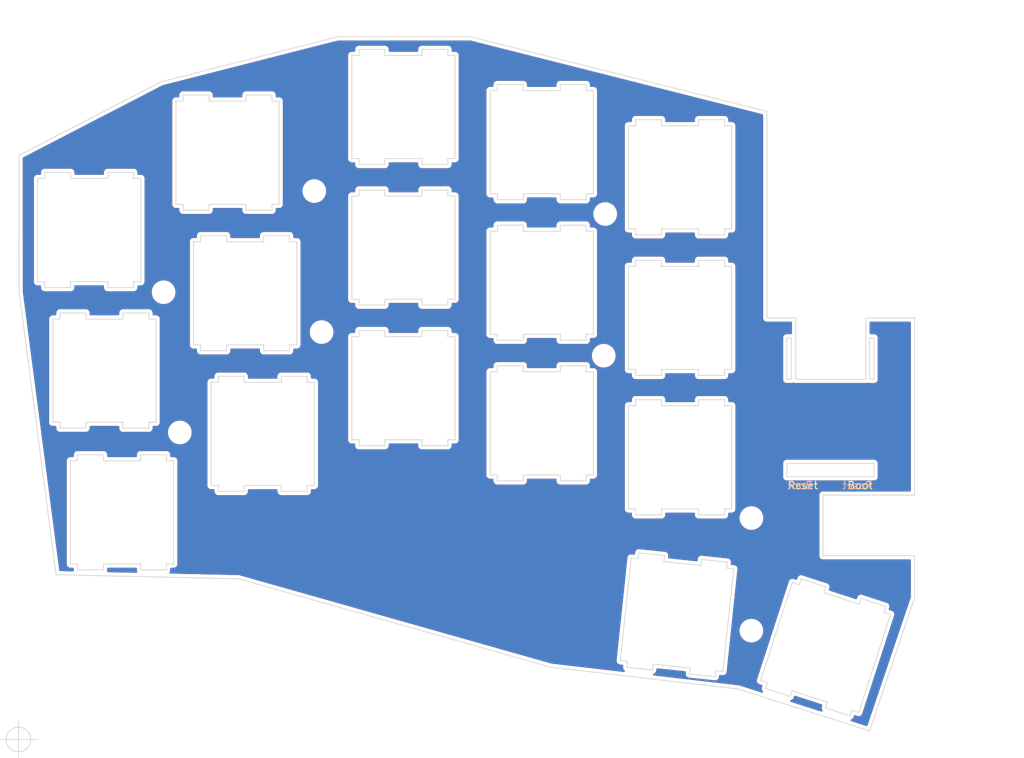
<source format=kicad_pcb>
(kicad_pcb (version 20211014) (generator pcbnew)
  (layers (0 "F.Cu" signal) (31 "B.Cu" signal) (34 "B.Paste" user) (35 "F.Paste" user) (36 "B.SilkS" user "B.Silkscreen") (37 "F.SilkS" user "F.Silkscreen") (38 "B.Mask" user) (39 "F.Mask" user) (44 "Edge.Cuts" user))
  (net 0 "")
  (footprint "MountingHole:MountingHole_2.2mm_M2" (layer "F.Cu") (at 190 120)
    (fp_text reference "REF**" hide)
    (fp_text value "MountingHole_2.2mm_M2")
    (pad "" np_thru_hole circle (at 0 0) (size 2.2 2.2) (drill 2.2) (layers *.Cu *.Mask))
  )
  (footprint "MountingHole:MountingHole_2.2mm_M2" (layer "F.Cu") (at 170.2 78.8)
    (fp_text reference "REF**" hide)
    (fp_text value "MountingHole_2.2mm_M2")
    (pad "" np_thru_hole circle (at 0 0) (size 2.2 2.2) (drill 2.2) (layers *.Cu *.Mask))
  )
  (footprint "MountingHole:MountingHole_2.2mm_M2" (layer "F.Cu") (at 112.6 108.4)
    (fp_text reference "REF**" hide)
    (fp_text value "MountingHole_2.2mm_M2")
    (pad "" np_thru_hole circle (at 0 0) (size 2.2 2.2) (drill 2.2) (layers *.Cu *.Mask))
  )
  (footprint "MountingHole:MountingHole_2.2mm_M2" (layer "F.Cu") (at 130.81 75.692)
    (fp_text reference "REF**" hide)
    (fp_text value "MountingHole_2.2mm_M2")
    (pad "" np_thru_hole circle (at 0 0) (size 2.2 2.2) (drill 2.2) (layers *.Cu *.Mask))
  )
  (footprint "MountingHole:MountingHole_2.2mm_M2" (layer "F.Cu") (at 110.4 89.4)
    (fp_text reference "REF**" hide)
    (fp_text value "MountingHole_2.2mm_M2")
    (pad "" np_thru_hole circle (at 0 0) (size 2.2 2.2) (drill 2.2) (layers *.Cu *.Mask))
  )
  (footprint "MountingHole:MountingHole_2.2mm_M2" (layer "F.Cu") (at 170 98)
    (fp_text reference "REF**" hide)
    (fp_text value "MountingHole_2.2mm_M2")
    (pad "" np_thru_hole circle (at 0 0) (size 2.2 2.2) (drill 2.2) (layers *.Cu *.Mask))
  )
  (footprint "MountingHole:MountingHole_2.2mm_M2" (layer "F.Cu") (at 189.992 135.25)
    (fp_text reference "REF**" hide)
    (fp_text value "MountingHole_2.2mm_M2")
    (pad "" np_thru_hole circle (at 0 0) (size 2.2 2.2) (drill 2.2) (layers *.Cu *.Mask))
  )
  (footprint "MountingHole:MountingHole_2.2mm_M2" (layer "F.Cu") (at 131.8 94.8)
    (fp_text reference "REF**" hide)
    (fp_text value "MountingHole_2.2mm_M2")
    (pad "" np_thru_hole circle (at 0 0) (size 2.2 2.2) (drill 2.2) (layers *.Cu *.Mask))
  )
  (gr_line (start 136.859343 75.545777) (end 136.859343 76.368983) (layer "Edge.Cuts") (width 0.1))
  (gr_line (start 164.121043 114.954223) (end 167.621088 114.954223) (layer "Edge.Cuts") (width 0.1))
  (gr_line (start 145.388543 90.339189) (end 145.388543 90.339189) (layer "Edge.Cuts") (width 0.1))
  (gr_line (start 178.239494 125.078482) (end 178.239494 125.078482) (layer "Edge.Cuts") (width 0.1))
  (gr_line (start 191.235806 142.018163) (end 192.157809 142.31774) (layer "Edge.Cuts") (width 0.1))
  (gr_line (start 149.860102 57.318983) (end 148.888585 57.318983) (layer "Edge.Cuts") (width 0.1))
  (gr_line (start 167.621088 114.954223) (end 167.621088 114.151689) (layer "Edge.Cuts") (width 0.1))
  (gr_line (start 136.859343 56.495777) (end 136.859343 57.318983) (layer "Edge.Cuts") (width 0.1))
  (gr_line (start 203.350301 146.798235) (end 203.598298 146.03498) (layer "Edge.Cuts") (width 0.1))
  (gr_line (start 99.878139 93.037733) (end 99.878139 93.037733) (layer "Edge.Cuts") (width 0.1))
  (gr_line (start 186.353588 81.616723) (end 186.353588 80.814189) (layer "Edge.Cuts") (width 0.1))
  (gr_line (start 94.314347 87.957939) (end 94.314347 87.957939) (layer "Edge.Cuts") (width 0.1))
  (gr_line (start 97.789895 112.246483) (end 97.789895 112.246483) (layer "Edge.Cuts") (width 0.1))
  (gr_line (start 140.359393 91.141723) (end 140.359393 91.141723) (layer "Edge.Cuts") (width 0.1))
  (gr_line (start 145.388539 57.318983) (end 140.359389 57.318983) (layer "Edge.Cuts") (width 0.1))
  (gr_line (start 182.853543 81.616723) (end 182.853543 81.616723) (layer "Edge.Cuts") (width 0.1))
  (gr_line (start 116.546889 62.687027) (end 116.546889 62.687027) (layer "Edge.Cuts") (width 0.1))
  (gr_line (start 148.888588 109.389189) (end 148.888588 109.389189) (layer "Edge.Cuts") (width 0.1))
  (gr_line (start 98.759347 126.216689) (end 98.759347 127.019223) (layer "Edge.Cuts") (width 0.1))
  (gr_line (start 167.621085 80.308277) (end 167.621085 80.308277) (layer "Edge.Cuts") (width 0.1))
  (gr_line (start 155.591843 99.358277) (end 155.591843 99.358277) (layer "Edge.Cuts") (width 0.1))
  (gr_line (start 164.121043 76.854223) (end 164.121043 76.854223) (layer "Edge.Cuts") (width 0.1))
  (gr_line (start 140.359393 110.191723) (end 140.359393 110.191723) (layer "Edge.Cuts") (width 0.1))
  (gr_line (start 136.859347 110.191723) (end 140.359393 110.191723) (layer "Edge.Cuts") (width 0.1))
  (gr_line (start 196.474837 129.031283) (end 195.552837 128.731707) (layer "Edge.Cuts") (width 0.1))
  (gr_line (start 185.175636 140.682398) (end 186.141832 140.78395) (layer "Edge.Cuts") (width 0.1))
  (gr_line (start 93.344895 87.957939) (end 94.314347 87.957939) (layer "Edge.Cuts") (width 0.1))
  (gr_line (start 186.353588 118.755439) (end 186.353588 118.755439) (layer "Edge.Cuts") (width 0.1))
  (gr_line (start 128.428852 82.560233) (end 127.457335 82.560233) (layer "Edge.Cuts") (width 0.1))
  (gr_line (start 168.592606 76.051689) (end 168.592606 76.051689) (layer "Edge.Cuts") (width 0.1))
  (gr_line (start 187.325106 80.814189) (end 187.325106 80.814189) (layer "Edge.Cuts") (width 0.1))
  (gr_line (start 173.354895 80.814189) (end 174.324347 80.814189) (layer "Edge.Cuts") (width 0.1))
  (gr_line (start 159.091893 114.151689) (end 164.121043 114.151689) (layer "Edge.Cuts") (width 0.1))
  (gr_line (start 159.091893 76.854223) (end 159.091893 76.854223) (layer "Edge.Cuts") (width 0.1))
  (gr_line (start 155.591843 62.081483) (end 154.622395 62.081483) (layer "Edge.Cuts") (width 0.1))
  (gr_line (start 159.091893 114.151689) (end 159.091893 114.151689) (layer "Edge.Cuts") (width 0.1))
  (gr_line (start 167.621085 81.131483) (end 167.621085 81.131483) (layer "Edge.Cuts") (width 0.1))
  (gr_line (start 208.839293 133.048739) (end 207.915326 132.748523) (layer "Edge.Cuts") (width 0.1))
  (gr_line (start 97.814389 73.987733) (end 97.814389 73.987733) (layer "Edge.Cuts") (width 0.1))
  (gr_line (start 164.121039 62.081483) (end 159.091889 62.081483) (layer "Edge.Cuts") (width 0.1))
  (gr_line (start 95.408645 93.037733) (end 95.408645 107.007939) (layer "Edge.Cuts") (width 0.1))
  (gr_line (start 117.809347 116.382973) (end 121.309393 116.382973) (layer "Edge.Cuts") (width 0.1))
  (gr_line (start 148.888585 94.595777) (end 148.888585 94.595777) (layer "Edge.Cuts") (width 0.1))
  (gr_line (start 164.121039 99.358277) (end 164.121039 100.181483) (layer "Edge.Cuts") (width 0.1))
  (gr_line (start 96.378097 107.007939) (end 96.378097 107.007939) (layer "Edge.Cuts") (width 0.1))
  (gr_line (start 127.457338 96.530439) (end 127.457338 96.530439) (layer "Edge.Cuts") (width 0.1))
  (gr_line (start 148.888585 57.318983) (end 148.888585 56.495777) (layer "Edge.Cuts") (width 0.1))
  (gr_line (start 159.091893 95.101689) (end 159.091893 95.101689) (layer "Edge.Cuts") (width 0.1))
  (gr_line (start 126.047606 77.480439) (end 126.047606 77.480439) (layer "Edge.Cuts") (width 0.1))
  (gr_line (start 182.853543 99.864189) (end 182.853543 99.864189) (layer "Edge.Cuts") (width 0.1))
  (gr_line (start 148.888585 95.418983) (end 148.888585 94.595777) (layer "Edge.Cuts") (width 0.1))
  (gr_line (start 99.878139 92.214527) (end 99.878139 92.214527) (layer "Edge.Cuts") (width 0.1))
  (gr_line (start 182.853539 66.843983) (end 177.824389 66.843983) (layer "Edge.Cuts") (width 0.1))
  (gr_line (start 102.259393 126.216689) (end 107.288543 126.216689) (layer "Edge.Cuts") (width 0.1))
  (gr_line (start 106.343585 73.164527) (end 106.343585 73.164527) (layer "Edge.Cuts") (width 0.1))
  (gr_line (start 182.853543 100.666723) (end 182.853543 100.666723) (layer "Edge.Cuts") (width 0.1))
  (gr_line (start 177.824393 81.616723) (end 177.824393 80.814189) (layer "Edge.Cuts") (width 0.1))
  (gr_line (start 168.592602 100.181483) (end 167.621085 100.181483) (layer "Edge.Cuts") (width 0.1))
  (gr_line (start 116.546889 63.510233) (end 116.546889 63.510233) (layer "Edge.Cuts") (width 0.1))
  (gr_line (start 172.248152 139.323665) (end 173.212293 139.425) (layer "Edge.Cuts") (width 0.1))
  (gr_line (start 178.153445 125.897179) (end 178.239494 125.078482) (layer "Edge.Cuts") (width 0.1))
  (gr_line (start 94.314343 73.164527) (end 94.314343 73.164527) (layer "Edge.Cuts") (width 0.1))
  (gr_line (start 108.407338 107.007939) (end 108.407338 107.007939) (layer "Edge.Cuts") (width 0.1))
  (gr_line (start 136.859347 71.289189) (end 136.859347 71.289189) (layer "Edge.Cuts") (width 0.1))
  (gr_line (start 148.888585 57.318983) (end 148.888585 57.318983) (layer "Edge.Cuts") (width 0.1))
  (gr_line (start 149.860106 71.289189) (end 149.860102 57.318983) (layer "Edge.Cuts") (width 0.1))
  (gr_line (start 174.324347 119.557973) (end 174.324347 119.557973) (layer "Edge.Cuts") (width 0.1))
  (gr_line (start 186.353585 103.962027) (end 182.853539 103.962027) (layer "Edge.Cuts") (width 0.1))
  (gr_line (start 203.598298 146.03498) (end 203.598298 146.03498) (layer "Edge.Cuts") (width 0.1))
  (gr_line (start 104.907289 93.037733) (end 104.907289 93.037733) (layer "Edge.Cuts") (width 0.1))
  (gr_line (start 121.576039 62.687027) (end 121.576039 62.687027) (layer "Edge.Cuts") (width 0.1))
  (gr_line (start 185.091749 141.480536) (end 185.175636 140.682398) (layer "Edge.Cuts") (width 0.1))
  (gr_line (start 155.591847 76.854223) (end 155.591847 76.854223) (layer "Edge.Cuts") (width 0.1))
  (gr_line (start 186.353585 104.785233) (end 186.353585 103.962027) (layer "Edge.Cuts") (width 0.1))
  (gr_line (start 186.353585 85.070777) (end 182.853539 85.070777) (layer "Edge.Cuts") (width 0.1))
  (gr_line (start 108.407335 93.037733) (end 108.407335 93.037733) (layer "Edge.Cuts") (width 0.1))
  (gr_line (start 155.591847 114.151689) (end 155.591847 114.151689) (layer "Edge.Cuts") (width 0.1))
  (gr_line (start 195.552837 128.731707) (end 195.552837 128.731707) (layer "Edge.Cuts") (width 0.1))
  (gr_line (start 97.814393 88.760473) (end 97.814393 88.760473) (layer "Edge.Cuts") (width 0.1))
  (gr_line (start 104.907289 92.214527) (end 104.907289 93.037733) (layer "Edge.Cuts") (width 0.1))
  (gr_line (start 194.8 114.4) (end 194.8 112.6) (layer "Edge.Cuts") (width 0.1))
  (gr_line (start 102.843539 73.164527) (end 102.843539 73.164527) (layer "Edge.Cuts") (width 0.1))
  (gr_line (start 176.609278 140.588992) (end 176.609278 140.588992) (layer "Edge.Cuts") (width 0.1))
  (gr_line (start 112.077395 63.510233) (end 112.077395 77.480439) (layer "Edge.Cuts") (width 0.1))
  (gr_line (start 97.789895 112.246483) (end 97.789895 126.216689) (layer "Edge.Cuts") (width 0.1))
  (gr_line (start 186.353588 80.814189) (end 186.353588 80.814189) (layer "Edge.Cuts") (width 0.1))
  (gr_line (start 176.609278 140.588992) (end 176.693165 139.790855) (layer "Edge.Cuts") (width 0.1))
  (gr_line (start 186.353588 119.557973) (end 186.353588 119.557973) (layer "Edge.Cuts") (width 0.1))
  (gr_line (start 113.046843 63.510233) (end 112.077395 63.510233) (layer "Edge.Cuts") (width 0.1))
  (gr_line (start 145.388539 94.595777) (end 145.388539 95.418983) (layer "Edge.Cuts") (width 0.1))
  (gr_line (start 181.610877 141.114682) (end 181.610877 141.114682) (layer "Edge.Cuts") (width 0.1))
  (gr_line (start 173.354895 99.864189) (end 174.324347 99.864189) (layer "Edge.Cuts") (width 0.1))
  (gr_line (start 204.840969 130.884034) (end 204.840969 130.884034) (layer "Edge.Cuts") (width 0.1))
  (gr_line (start 167.621085 81.131483) (end 167.621085 80.308277) (layer "Edge.Cuts") (width 0.1))
  (gr_line (start 145.388539 57.318983) (end 145.388539 57.318983) (layer "Edge.Cuts") (width 0.1))
  (gr_line (start 125.076085 62.687027) (end 125.076085 62.687027) (layer "Edge.Cuts") (width 0.1))
  (gr_line (start 174.324343 66.843983) (end 174.324343 66.843983) (layer "Edge.Cuts") (width 0.1))
  (gr_line (start 99.878143 107.007939) (end 99.878143 107.007939) (layer "Edge.Cuts") (width 0.1))
  (gr_line (start 136.859343 76.368983) (end 135.889895 76.368983) (layer "Edge.Cuts") (width 0.1))
  (gr_line (start 167.621085 99.358277) (end 167.621085 99.358277) (layer "Edge.Cuts") (width 0.1))
  (gr_line (start 135.889895 109.389189) (end 135.889895 109.389189) (layer "Edge.Cuts") (width 0.1))
  (gr_line (start 136.859347 91.141723) (end 140.359393 91.141723) (layer "Edge.Cuts") (width 0.1))
  (gr_line (start 177.824393 99.864189) (end 182.853543 99.864189) (layer "Edge.Cuts") (width 0.1))
  (gr_line (start 204.586584 131.66695) (end 199.803578 130.112857) (layer "Edge.Cuts") (width 0.1))
  (gr_line (start 110.788585 111.423277) (end 107.288539 111.423277) (layer "Edge.Cuts") (width 0.1))
  (gr_line (start 154.622395 95.101689) (end 154.622395 95.101689) (layer "Edge.Cuts") (width 0.1))
  (gr_line (start 93.344895 73.987733) (end 93.344895 73.987733) (layer "Edge.Cuts") (width 0.1))
  (gr_line (start 140.359393 72.091723) (end 140.359393 71.289189) (layer "Edge.Cuts") (width 0.1))
  (gr_line (start 168.592606 95.101689) (end 168.592602 81.131483) (layer "Edge.Cuts") (width 0.1))
  (gr_line (start 118.928139 82.560233) (end 118.928139 81.737027) (layer "Edge.Cuts") (width 0.1))
  (gr_line (start 164.121039 61.258277) (end 164.121039 61.258277) (layer "Edge.Cuts") (width 0.1))
  (gr_line (start 168.592602 81.131483) (end 167.621085 81.131483) (layer "Edge.Cuts") (width 0.1))
  (gr_line (start 164.121039 100.181483) (end 159.091889 100.181483) (layer "Edge.Cuts") (width 0.1))
  (gr_line (start 159.091889 61.258277) (end 159.091889 61.258277) (layer "Edge.Cuts") (width 0.1))
  (gr_line (start 102.843543 87.957939) (end 102.843543 88.760473) (layer "Edge.Cuts") (width 0.1))
  (gr_line (start 148.888588 71.289189) (end 148.888588 71.289189) (layer "Edge.Cuts") (width 0.1))
  (gr_line (start 140.359389 56.495777) (end 136.859343 56.495777) (layer "Edge.Cuts") (width 0.1))
  (gr_line (start 177.824393 100.666723) (end 177.824393 99.864189) (layer "Edge.Cuts") (width 0.1))
  (gr_line (start 140.359389 56.495777) (end 140.359389 56.495777) (layer "Edge.Cuts") (width 0.1))
  (gr_line (start 107.288543 127.019223) (end 110.788588 127.019223) (layer "Edge.Cuts") (width 0.1))
  (gr_line (start 145.388543 90.339189) (end 145.388543 91.141723) (layer "Edge.Cuts") (width 0.1))
  (gr_line (start 154.622395 62.081483) (end 154.622395 76.051689) (layer "Edge.Cuts") (width 0.1))
  (gr_line (start 182.853543 118.755439) (end 182.853543 118.755439) (layer "Edge.Cuts") (width 0.1))
  (gr_line (start 102.259393 127.019223) (end 102.259393 127.019223) (layer "Edge.Cuts") (width 0.1))
  (gr_line (start 164.121043 114.151689) (end 164.121043 114.151689) (layer "Edge.Cuts") (width 0.1))
  (gr_line (start 97.789895 126.216689) (end 98.759347 126.216689) (layer "Edge.Cuts") (width 0.1))
  (gr_line (start 200.02156 145.716662) (end 200.02156 145.716662) (layer "Edge.Cuts") (width 0.1))
  (gr_line (start 140.359393 71.289189) (end 140.359393 71.289189) (layer "Edge.Cuts") (width 0.1))
  (gr_line (start 186.353585 85.893983) (end 186.353585 85.893983) (layer "Edge.Cuts") (width 0.1))
  (gr_line (start 148.888588 91.141723) (end 148.888588 91.141723) (layer "Edge.Cuts") (width 0.1))
  (gr_line (start 177.824389 85.070777) (end 177.824389 85.070777) (layer "Edge.Cuts") (width 0.1))
  (gr_line (start 164.121039 61.258277) (end 164.121039 62.081483) (layer "Edge.Cuts") (width 0.1))
  (gr_line (start 155.591843 99.358277) (end 155.591843 100.181483) (layer "Edge.Cuts") (width 0.1))
  (gr_line (start 174.672573 125.531324) (end 174.672573 125.531324) (layer "Edge.Cuts") (width 0.1))
  (gr_line (start 167.621088 114.954223) (end 167.621088 114.954223) (layer "Edge.Cuts") (width 0.1))
  (gr_line (start 186.353588 100.666723) (end 186.353588 99.864189) (layer "Edge.Cuts") (width 0.1))
  (gr_line (start 140.359393 109.389189) (end 145.388543 109.389189) (layer "Edge.Cuts") (width 0.1))
  (gr_line (start 129.838585 101.610233) (end 129.838585 101.610233) (layer "Edge.Cuts") (width 0.1))
  (gr_line (start 140.359389 94.595777) (end 136.859343 94.595777) (layer "Edge.Cuts") (width 0.1))
  (gr_line (start 186.353585 66.020777) (end 182.853539 66.020777) (layer "Edge.Cuts") (width 0.1))
  (gr_line (start 149.860102 95.418983) (end 148.888585 95.418983) (layer "Edge.Cuts") (width 0.1))
  (gr_line (start 155.591847 114.954223) (end 155.591847 114.954223) (layer "Edge.Cuts") (width 0.1))
  (gr_line (start 140.359393 109.389189) (end 140.359393 109.389189) (layer "Edge.Cuts") (width 0.1))
  (gr_line (start 145.388543 71.289189) (end 145.388543 72.091723) (layer "Edge.Cuts") (width 0.1))
  (gr_line (start 154.622395 76.051689) (end 154.622395 76.051689) (layer "Edge.Cuts") (width 0.1))
  (gr_line (start 177.824389 66.020777) (end 174.324343 66.020777) (layer "Edge.Cuts") (width 0.1))
  (gr_line (start 178.239494 125.078482) (end 174.758622 124.712628) (layer "Edge.Cuts") (width 0.1))
  (gr_line (start 145.388539 94.595777) (end 145.388539 94.595777) (layer "Edge.Cuts") (width 0.1))
  (gr_line (start 130.810102 101.610233) (end 129.838585 101.610233) (layer "Edge.Cuts") (width 0.1))
  (gr_line (start 167.621085 62.081483) (end 167.621085 62.081483) (layer "Edge.Cuts") (width 0.1))
  (gr_line (start 167.621088 95.101689) (end 168.592606 95.101689) (layer "Edge.Cuts") (width 0.1))
  (gr_line (start 186.353585 85.893983) (end 186.353585 85.070777) (layer "Edge.Cuts") (width 0.1))
  (gr_line (start 97.814393 87.957939) (end 97.814393 87.957939) (layer "Edge.Cuts") (width 0.1))
  (gr_line (start 167.621088 95.904223) (end 167.621088 95.101689) (layer "Edge.Cuts") (width 0.1))
  (gr_line (start 196.474837 129.031283) (end 196.474837 129.031283) (layer "Edge.Cuts") (width 0.1))
  (gr_line (start 107.288539 111.423277) (end 107.288539 112.246483) (layer "Edge.Cuts") (width 0.1))
  (gr_line (start 109.378852 93.037733) (end 108.407335 93.037733) (layer "Edge.Cuts") (width 0.1))
  (gr_line (start 174.324343 103.962027) (end 174.324343 103.962027) (layer "Edge.Cuts") (width 0.1))
  (gr_line (start 94.314343 73.987733) (end 94.314343 73.987733) (layer "Edge.Cuts") (width 0.1))
  (gr_line (start 164.121043 76.854223) (end 167.621088 76.854223) (layer "Edge.Cuts") (width 0.1))
  (gr_line (start 106.343588 88.760473) (end 106.343588 87.957939) (layer "Edge.Cuts") (width 0.1))
  (gr_line (start 207.915326 132.748523) (end 208.16971 131.965608) (layer "Edge.Cuts") (width 0.1))
  (gr_line (start 145.388539 56.495777) (end 145.388539 57.318983) (layer "Edge.Cuts") (width 0.1))
  (gr_line (start 186.353588 99.864189) (end 187.325106 99.864189) (layer "Edge.Cuts") (width 0.1))
  (gr_line (start 115.428097 97.332973) (end 118.928143 97.332973) (layer "Edge.Cuts") (width 0.1))
  (gr_line (start 102.259389 111.423277) (end 98.759343 111.423277) (layer "Edge.Cuts") (width 0.1))
  (gr_line (start 182.853543 119.557973) (end 186.353588 119.557973) (layer "Edge.Cuts") (width 0.1))
  (gr_line (start 126.338539 101.610233) (end 121.309389 101.610233) (layer "Edge.Cuts") (width 0.1))
  (gr_line (start 148.888588 72.091723) (end 148.888588 71.289189) (layer "Edge.Cuts") (width 0.1))
  (gr_line (start 154.622395 81.131483) (end 154.622395 81.131483) (layer "Edge.Cuts") (width 0.1))
  (gr_line (start 99.878143 107.810473) (end 99.878143 107.007939) (layer "Edge.Cuts") (width 0.1))
  (gr_line (start 93.344895 87.957939) (end 93.344895 87.957939) (layer "Edge.Cuts") (width 0.1))
  (gr_line (start 135.889895 109.389189) (end 136.859347 109.389189) (layer "Edge.Cuts") (width 0.1))
  (gr_line (start 98.759343 112.246483) (end 98.759343 112.246483) (layer "Edge.Cuts") (width 0.1))
  (gr_line (start 182.853539 85.070777) (end 182.853539 85.070777) (layer "Edge.Cuts") (width 0.1))
  (gr_line (start 129.838585 101.610233) (end 129.838585 100.787027) (layer "Edge.Cuts") (width 0.1))
  (gr_line (start 117.809343 100.787027) (end 117.809343 100.787027) (layer "Edge.Cuts") (width 0.1))
  (gr_line (start 174.324347 80.814189) (end 174.324347 80.814189) (layer "Edge.Cuts") (width 0.1))
  (gr_line (start 118.928143 96.530439) (end 123.957293 96.530439) (layer "Edge.Cuts") (width 0.1))
  (gr_line (start 200.02156 145.716662) (end 203.350301 146.798235) (layer "Edge.Cuts") (width 0.1))
  (gr_line (start 104.907293 107.810473) (end 104.907293 107.810473) (layer "Edge.Cuts") (width 0.1))
  (gr_line (start 107.288539 112.246483) (end 102.259389 112.246483) (layer "Edge.Cuts") (width 0.1))
  (gr_line (start 129.838585 100.787027) (end 129.838585 100.787027) (layer "Edge.Cuts") (width 0.1))
  (gr_line (start 110.788585 112.246483) (end 110.788585 112.246483) (layer "Edge.Cuts") (width 0.1))
  (gr_line (start 187.602113 126.890273) (end 186.635918 126.788722) (layer "Edge.Cuts") (width 0.1))
  (gr_line (start 183.155045 126.422868) (end 178.153445 125.897179) (layer "Edge.Cuts") (width 0.1))
  (gr_line (start 121.576043 78.282973) (end 125.076088 78.282973) (layer "Edge.Cuts") (width 0.1))
  (gr_line (start 181.694765 140.316544) (end 181.610877 141.114682) (layer "Edge.Cuts") (width 0.1))
  (gr_line (start 112.077395 77.480439) (end 112.077395 77.480439) (layer "Edge.Cuts") (width 0.1))
  (gr_line (start 145.388539 75.545777) (end 145.388539 76.368983) (layer "Edge.Cuts") (width 0.1))
  (gr_line (start 177.824393 119.557973) (end 177.824393 118.755439) (layer "Edge.Cuts") (width 0.1))
  (gr_line (start 159.091889 80.308277) (end 159.091889 80.308277) (layer "Edge.Cuts") (width 0.1))
  (gr_line (start 108.407335 92.214527) (end 108.407335 92.214527) (layer "Edge.Cuts") (width 0.1))
  (gr_line (start 168.592606 114.151689) (end 168.592602 100.181483) (layer "Edge.Cuts") (width 0.1))
  (gr_line (start 182.853543 80.814189) (end 182.853543 81.616723) (layer "Edge.Cuts") (width 0.1))
  (gr_line (start 173.354895 104.785233) (end 173.354895 104.785233) (layer "Edge.Cuts") (width 0.1))
  (gr_line (start 182.853539 103.962027) (end 182.853539 103.962027) (layer "Edge.Cuts") (width 0.1))
  (gr_line (start 167.621085 100.181483) (end 167.621085 100.181483) (layer "Edge.Cuts") (width 0.1))
  (gr_line (start 206.6 114.4) (end 194.8 114.4) (layer "Edge.Cuts") (width 0.1))
  (gr_line (start 121.576039 63.510233) (end 116.546889 63.510233) (layer "Edge.Cuts") (width 0.1))
  (gr_line (start 130.810106 115.580439) (end 130.810102 101.610233) (layer "Edge.Cuts") (width 0.1))
  (gr_line (start 126.338543 115.580439) (end 126.338543 115.580439) (layer "Edge.Cuts") (width 0.1))
  (gr_line (start 107.288543 126.216689) (end 107.288543 126.216689) (layer "Edge.Cuts") (width 0.1))
  (gr_line (start 136.859347 90.339189) (end 136.859347 91.141723) (layer "Edge.Cuts") (width 0.1))
  (gr_line (start 206.6 112.6) (end 206.6 114.4) (layer "Edge.Cuts") (width 0.1))
  (gr_line (start 177.824393 100.666723) (end 177.824393 100.666723) (layer "Edge.Cuts") (width 0.1))
  (gr_line (start 95.408645 93.037733) (end 95.408645 93.037733) (layer "Edge.Cuts") (width 0.1))
  (gr_line (start 182.853539 85.070777) (end 182.853539 85.893983) (layer "Edge.Cuts") (width 0.1))
  (gr_line (start 118.928143 97.332973) (end 118.928143 96.530439) (layer "Edge.Cuts") (width 0.1))
  (gr_line (start 186.353585 85.070777) (end 186.353585 85.070777) (layer "Edge.Cuts") (width 0.1))
  (gr_line (start 182.853539 103.962027) (end 182.853539 104.785233) (layer "Edge.Cuts") (width 0.1))
  (gr_line (start 121.309393 116.382973) (end 121.309393 116.382973) (layer "Edge.Cuts") (width 0.1))
  (gr_line (start 155.591843 80.308277) (end 155.591843 81.131483) (layer "Edge.Cuts") (width 0.1))
  (gr_line (start 194.8 101.2) (end 195.4 101.2) (layer "Edge.Cuts") (width 0.1))
  (gr_line (start 164.121043 95.904223) (end 164.121043 95.904223) (layer "Edge.Cuts") (width 0.1))
  (gr_line (start 182.853543 100.666723) (end 186.353588 100.666723) (layer "Edge.Cuts") (width 0.1))
  (gr_line (start 116.546893 78.282973) (end 116.546893 78.282973) (layer "Edge.Cuts") (width 0.1))
  (gr_line (start 177.824389 104.785233) (end 177.824389 104.785233) (layer "Edge.Cuts") (width 0.1))
  (gr_line (start 135.889895 90.339189) (end 135.889895 90.339189) (layer "Edge.Cuts") (width 0.1))
  (gr_line (start 123.957293 96.530439) (end 123.957293 97.332973) (layer "Edge.Cuts") (width 0.1))
  (gr_line (start 194.8 112.6) (end 206.6 112.6) (layer "Edge.Cuts") (width 0.1))
  (gr_line (start 145.388539 95.418983) (end 145.388539 95.418983) (layer "Edge.Cuts") (width 0.1))
  (gr_line (start 140.359393 72.091723) (end 140.359393 72.091723) (layer "Edge.Cuts") (width 0.1))
  (gr_line (start 186.353585 66.843983) (end 186.353585 66.020777) (layer "Edge.Cuts") (width 0.1))
  (gr_line (start 113.046847 77.480439) (end 113.046847 77.480439) (layer "Edge.Cuts") (width 0.1))
  (gr_line (start 155.591843 61.258277) (end 155.591843 62.081483) (layer "Edge.Cuts") (width 0.1))
  (gr_line (start 94.314347 88.760473) (end 94.314347 88.760473) (layer "Edge.Cuts") (width 0.1))
  (gr_line (start 194.8 95.6) (end 194.8 101.2) (layer "Edge.Cuts") (width 0.1))
  (gr_line (start 129.838588 115.580439) (end 130.810106 115.580439) (layer "Edge.Cuts") (width 0.1))
  (gr_line (start 195.238554 144.162569) (end 195.486551 143.399314) (layer "Edge.Cuts") (width 0.1))
  (gr_line (start 167.621085 62.081483) (end 167.621085 61.258277) (layer "Edge.Cuts") (width 0.1))
  (gr_line (start 104.907293 107.007939) (end 104.907293 107.007939) (layer "Edge.Cuts") (width 0.1))
  (gr_line (start 191.909813 143.080995) (end 191.909813 143.080995) (layer "Edge.Cuts") (width 0.1))
  (gr_line (start 186.635918 126.788722) (end 186.635918 126.788722) (layer "Edge.Cuts") (width 0.1))
  (gr_line (start 181.694765 140.316544) (end 181.694765 140.316544) (layer "Edge.Cuts") (width 0.1))
  (gr_line (start 167.621088 114.151689) (end 167.621088 114.151689) (layer "Edge.Cuts") (width 0.1))
  (gr_line (start 135.889895 71.289189) (end 135.889895 71.289189) (layer "Edge.Cuts") (width 0.1))
  (gr_line (start 125.076088 78.282973) (end 125.076088 78.282973) (layer "Edge.Cuts") (width 0.1))
  (gr_line (start 159.091893 76.051689) (end 159.091893 76.051689) (layer "Edge.Cuts") (width 0.1))
  (gr_line (start 115.428093 82.560233) (end 115.428093 82.560233) (layer "Edge.Cuts") (width 0.1))
  (gr_line (start 102.259389 112.246483) (end 102.259389 111.423277) (layer "Edge.Cuts") (width 0.1))
  (gr_line (start 177.824389 66.843983) (end 177.824389 66.020777) (layer "Edge.Cuts") (width 0.1))
  (gr_line (start 174.324343 66.843983) (end 173.354895 66.843983) (layer "Edge.Cuts") (width 0.1))
  (gr_line (start 108.407335 93.037733) (end 108.407335 92.214527) (layer "Edge.Cuts") (width 0.1))
  (gr_line (start 159.091889 99.358277) (end 159.091889 99.358277) (layer "Edge.Cuts") (width 0.1))
  (gr_line (start 140.359393 90.339189) (end 140.359393 90.339189) (layer "Edge.Cuts") (width 0.1))
  (gr_line (start 102.259393 127.019223) (end 102.259393 126.216689) (layer "Edge.Cuts") (width 0.1))
  (gr_line (start 96.378097 107.007939) (end 96.378097 107.810473) (layer "Edge.Cuts") (width 0.1))
  (gr_line (start 109.378856 107.007939) (end 109.378852 93.037733) (layer "Edge.Cuts") (width 0.1))
  (gr_line (start 95.408645 107.007939) (end 96.378097 107.007939) (layer "Edge.Cuts") (width 0.1))
  (gr_line (start 102.843539 73.987733) (end 102.843539 73.987733) (layer "Edge.Cuts") (width 0.1))
  (gr_line (start 129.838588 116.382973) (end 129.838588 116.382973) (layer "Edge.Cuts") (width 0.1))
  (gr_line (start 121.309389 100.787027) (end 117.809343 100.787027) (layer "Edge.Cuts") (width 0.1))
  (gr_line (start 195.486551 143.399314) (end 195.486551 143.399314) (layer "Edge.Cuts") (width 0.1))
  (gr_line (start 178.153445 125.897179) (end 178.153445 125.897179) (layer "Edge.Cuts") (width 0.1))
  (gr_line (start 177.824393 81.616723) (end 177.824393 81.616723) (layer "Edge.Cuts") (width 0.1))
  (gr_line (start 136.859347 71.289189) (end 136.859347 72.091723) (layer "Edge.Cuts") (width 0.1))
  (gr_line (start 155.591843 80.308277) (end 155.591843 80.308277) (layer "Edge.Cuts") (width 0.1))
  (gr_line (start 108.407335 92.214527) (end 104.907289 92.214527) (layer "Edge.Cuts") (width 0.1))
  (gr_line (start 154.622395 62.081483) (end 154.622395 62.081483) (layer "Edge.Cuts") (width 0.1))
  (gr_line (start 125.076085 62.687027) (end 121.576039 62.687027) (layer "Edge.Cuts") (width 0.1))
  (gr_line (start 130.810106 115.580439) (end 130.810106 115.580439) (layer "Edge.Cuts") (width 0.1))
  (gr_line (start 182.853539 66.020777) (end 182.853539 66.020777) (layer "Edge.Cuts") (width 0.1))
  (gr_line (start 140.359389 95.418983) (end 140.359389 94.595777) (layer "Edge.Cuts") (width 0.1))
  (gr_line (start 117.809343 101.610233) (end 117.809343 101.610233) (layer "Edge.Cuts") (width 0.1))
  (gr_line (start 107.288543 127.019223) (end 107.288543 127.019223) (layer "Edge.Cuts") (width 0.1))
  (gr_line (start 167.621088 95.904223) (end 167.621088 95.904223) (layer "Edge.Cuts") (width 0.1))
  (gr_line (start 108.407338 107.007939) (end 109.378856 107.007939) (layer "Edge.Cuts") (width 0.1))
  (gr_line (start 168.592606 76.051689) (end 168.592602 62.081483) (layer "Edge.Cuts") (width 0.1))
  (gr_line (start 173.354895 104.785233) (end 173.354895 118.755439) (layer "Edge.Cuts") (width 0.1))
  (gr_line (start 145.388543 91.141723) (end 145.388543 91.141723) (layer "Edge.Cuts") (width 0.1))
  (gr_line (start 167.621088 76.051689) (end 167.621088 76.051689) (layer "Edge.Cuts") (width 0.1))
  (gr_line (start 145.388543 72.091723) (end 148.888588 72.091723) (layer "Edge.Cuts") (width 0.1))
  (gr_line (start 182.853539 104.785233) (end 177.824389 104.785233) (layer "Edge.Cuts") (width 0.1))
  (gr_line (start 123.957293 97.332973) (end 127.457338 97.332973) (layer "Edge.Cuts") (width 0.1))
  (gr_line (start 149.860106 109.389189) (end 149.860106 109.389189) (layer "Edge.Cuts") (width 0.1))
  (gr_line (start 174.324343 66.020777) (end 174.324343 66.020777) (layer "Edge.Cuts") (width 0.1))
  (gr_line (start 135.889895 76.368983) (end 135.889895 90.339189) (layer "Edge.Cuts") (width 0.1))
  (gr_line (start 186.353585 66.843983) (end 186.353585 66.843983) (layer "Edge.Cuts") (width 0.1))
  (gr_line (start 136.859343 57.318983) (end 136.859343 57.318983) (layer "Edge.Cuts") (width 0.1))
  (gr_line (start 126.338539 101.610233) (end 126.338539 101.610233) (layer "Edge.Cuts") (width 0.1))
  (gr_line (start 208.16971 131.965608) (end 208.16971 131.965608) (layer "Edge.Cuts") (width 0.1))
  (gr_line (start 148.888585 94.595777) (end 145.388539 94.595777) (layer "Edge.Cuts") (width 0.1))
  (gr_line (start 159.091893 95.904223) (end 159.091893 95.904223) (layer "Edge.Cuts") (width 0.1))
  (gr_line (start 159.091889 100.181483) (end 159.091889 100.181483) (layer "Edge.Cuts") (width 0.1))
  (gr_line (start 117.809347 115.580439) (end 117.809347 115.580439) (layer "Edge.Cuts") (width 0.1))
  (gr_line (start 164.121043 95.904223) (end 167.621088 95.904223) (layer "Edge.Cuts") (width 0.1))
  (gr_line (start 148.888585 75.545777) (end 148.888585 75.545777) (layer "Edge.Cuts") (width 0.1))
  (gr_line (start 111.760106 126.216689) (end 111.760102 112.246483) (layer "Edge.Cuts") (width 0.1))
  (gr_line (start 127.457338 97.332973) (end 127.457338 97.332973) (layer "Edge.Cuts") (width 0.1))
  (gr_line (start 174.758622 124.712628) (end 174.672573 125.531324) (layer "Edge.Cuts") (width 0.1))
  (gr_line (start 140.359389 75.545777) (end 140.359389 75.545777) (layer "Edge.Cuts") (width 0.1))
  (gr_line (start 148.888588 90.339189) (end 148.888588 90.339189) (layer "Edge.Cuts") (width 0.1))
  (gr_line (start 173.354895 85.893983) (end 173.354895 99.864189) (layer "Edge.Cuts") (width 0.1))
  (gr_line (start 159.091893 95.101689) (end 164.121043 95.101689) (layer "Edge.Cuts") (width 0.1))
  (gr_line (start 136.859343 94.595777) (end 136.859343 94.595777) (layer "Edge.Cuts") (width 0.1))
  (gr_line (start 174.324347 100.666723) (end 177.824393 100.666723) (layer "Edge.Cuts") (width 0.1))
  (gr_line (start 183.155045 126.422868) (end 183.155045 126.422868) (layer "Edge.Cuts") (width 0.1))
  (gr_line (start 121.576039 62.687027) (end 121.576039 63.510233) (layer "Edge.Cuts") (width 0.1))
  (gr_line (start 126.338543 116.382973) (end 126.338543 116.382973) (layer "Edge.Cuts") (width 0.1))
  (gr_line (start 154.622395 95.101689) (end 155.591847 95.101689) (layer "Edge.Cuts") (width 0.1))
  (gr_line (start 181.610877 141.114682) (end 185.091749 141.480536) (layer "Edge.Cuts") (width 0.1))
  (gr_line (start 191.909813 143.080995) (end 195.238554 144.162569) (layer "Edge.Cuts") (width 0.1))
  (gr_line (start 200.269557 144.953406) (end 200.269557 144.953406) (layer "Edge.Cuts") (width 0.1))
  (gr_line (start 154.622395 81.131483) (end 154.622395 95.101689) (layer "Edge.Cuts") (width 0.1))
  (gr_line (start 159.091889 100.181483) (end 159.091889 99.358277) (layer "Edge.Cuts") (width 0.1))
  (gr_line (start 186.353588 118.755439) (end 187.325106 118.755439) (layer "Edge.Cuts") (width 0.1))
  (gr_line (start 126.047606 77.480439) (end 126.047602 63.510233) (layer "Edge.Cuts") (width 0.1))
  (gr_line (start 196.729221 128.248368) (end 196.729221 128.248368) (layer "Edge.Cuts") (width 0.1))
  (gr_line (start 187.325102 66.843983) (end 186.353585 66.843983) (layer "Edge.Cuts") (width 0.1))
  (gr_line (start 167.621088 95.101689) (end 167.621088 95.101689) (layer "Edge.Cuts") (width 0.1))
  (gr_line (start 145.388543 109.389189) (end 145.388543 109.389189) (layer "Edge.Cuts") (width 0.1))
  (gr_line (start 155.591847 95.904223) (end 155.591847 95.904223) (layer "Edge.Cuts") (width 0.1))
  (gr_line (start 154.622395 76.051689) (end 155.591847 76.051689) (layer "Edge.Cuts") (width 0.1))
  (gr_line (start 199.803578 130.112857) (end 200.057963 129.329941) (layer "Edge.Cuts") (width 0.1))
  (gr_line (start 204.586584 131.66695) (end 204.586584 131.66695) (layer "Edge.Cuts") (width 0.1))
  (gr_line (start 110.788588 127.019223) (end 110.788588 126.216689) (layer "Edge.Cuts") (width 0.1))
  (gr_line (start 174.324343 66.020777) (end 174.324343 66.843983) (layer "Edge.Cuts") (width 0.1))
  (gr_line (start 177.824389 103.962027) (end 174.324343 103.962027) (layer "Edge.Cuts") (width 0.1))
  (gr_line (start 195.552837 128.731707) (end 191.235806 142.018163) (layer "Edge.Cuts") (width 0.1))
  (gr_line (start 173.708436 125.429989) (end 173.708436 125.429989) (layer "Edge.Cuts") (width 0.1))
  (gr_line (start 174.324343 103.962027) (end 174.324343 104.785233) (layer "Edge.Cuts") (width 0.1))
  (gr_line (start 136.859347 90.339189) (end 136.859347 90.339189) (layer "Edge.Cuts") (width 0.1))
  (gr_line (start 174.324347 80.814189) (end 174.324347 81.616723) (layer "Edge.Cuts") (width 0.1))
  (gr_line (start 140.359389 76.368983) (end 140.359389 75.545777) (layer "Edge.Cuts") (width 0.1))
  (gr_line (start 182.853539 66.843983) (end 182.853539 66.843983) (layer "Edge.Cuts") (width 0.1))
  (gr_line (start 107.288539 112.246483) (end 107.288539 112.246483) (layer "Edge.Cuts") (width 0.1))
  (gr_line (start 127.457335 81.737027) (end 123.957289 81.737027) (layer "Edge.Cuts") (width 0.1))
  (gr_line (start 177.824393 118.755439) (end 182.853543 118.755439) (layer "Edge.Cuts") (width 0.1))
  (gr_line (start 173.212293 139.425) (end 173.128405 140.223138) (layer "Edge.Cuts") (width 0.1))
  (gr_line (start 206.6 95.6) (end 206 95.6) (layer "Edge.Cuts") (width 0.1))
  (gr_line (start 182.853543 80.814189) (end 182.853543 80.814189) (layer "Edge.Cuts") (width 0.1))
  (gr_line (start 106.343588 87.957939) (end 106.343588 87.957939) (layer "Edge.Cuts") (width 0.1))
  (gr_line (start 126.338539 100.787027) (end 126.338539 100.787027) (layer "Edge.Cuts") (width 0.1))
  (gr_line (start 115.428093 81.737027) (end 115.428093 81.737027) (layer "Edge.Cuts") (width 0.1))
  (gr_line (start 176.693165 139.790855) (end 176.693165 139.790855) (layer "Edge.Cuts") (width 0.1))
  (gr_line (start 123.957289 82.560233) (end 123.957289 82.560233) (layer "Edge.Cuts") (width 0.1))
  (gr_line (start 145.388539 76.368983) (end 140.359389 76.368983) (layer "Edge.Cuts") (width 0.1))
  (gr_line (start 96.378097 107.810473) (end 96.378097 107.810473) (layer "Edge.Cuts") (width 0.1))
  (gr_line (start 125.076085 63.510233) (end 125.076085 62.687027) (layer "Edge.Cuts") (width 0.1))
  (gr_line (start 159.091889 99.358277) (end 155.591843 99.358277) (layer "Edge.Cuts") (width 0.1))
  (gr_line (start 135.889895 71.289189) (end 136.859347 71.289189) (layer "Edge.Cuts") (width 0.1))
  (gr_line (start 102.843539 73.164527) (end 102.843539 73.987733) (layer "Edge.Cuts") (width 0.1))
  (gr_line (start 145.388539 76.368983) (end 145.388539 76.368983) (layer "Edge.Cuts") (width 0.1))
  (gr_line (start 121.309393 115.580439) (end 121.309393 115.580439) (layer "Edge.Cuts") (width 0.1))
  (gr_line (start 186.353585 66.020777) (end 186.353585 66.020777) (layer "Edge.Cuts") (width 0.1))
  (gr_line (start 140.359393 91.141723) (end 140.359393 90.339189) (layer "Edge.Cuts") (width 0.1))
  (gr_line (start 173.708436 125.429989) (end 172.248152 139.323665) (layer "Edge.Cuts") (width 0.1))
  (gr_line (start 174.324347 81.616723) (end 174.324347 81.616723) (layer "Edge.Cuts") (width 0.1))
  (gr_line (start 177.824389 104.785233) (end 177.824389 103.962027) (layer "Edge.Cuts") (width 0.1))
  (gr_line (start 155.591847 76.051689) (end 155.591847 76.854223) (layer "Edge.Cuts") (width 0.1))
  (gr_line (start 191.235806 142.018163) (end 191.235806 142.018163) (layer "Edge.Cuts") (width 0.1))
  (gr_line (start 106.343588 87.957939) (end 107.315106 87.957939) (layer "Edge.Cuts") (width 0.1))
  (gr_line (start 173.212293 139.425) (end 173.212293 139.425) (layer "Edge.Cuts") (width 0.1))
  (gr_line (start 121.576039 63.510233) (end 121.576039 63.510233) (layer "Edge.Cuts") (width 0.1))
  (gr_line (start 148.888588 91.141723) (end 148.888588 90.339189) (layer "Edge.Cuts") (width 0.1))
  (gr_line (start 177.824389 66.020777) (end 177.824389 66.020777) (layer "Edge.Cuts") (width 0.1))
  (gr_line (start 116.546893 77.480439) (end 116.546893 77.480439) (layer "Edge.Cuts") (width 0.1))
  (gr_line (start 183.241094 125.604171) (end 183.241094 125.604171) (layer "Edge.Cuts") (width 0.1))
  (gr_line (start 118.928143 97.332973) (end 118.928143 97.332973) (layer "Edge.Cuts") (width 0.1))
  (gr_line (start 192.157809 142.31774) (end 192.157809 142.31774) (layer "Edge.Cuts") (width 0.1))
  (gr_line (start 129.838588 116.382973) (end 129.838588 115.580439) (layer "Edge.Cuts") (width 0.1))
  (gr_line (start 177.824393 80.814189) (end 182.853543 80.814189) (layer "Edge.Cuts") (width 0.1))
  (gr_line (start 148.888588 110.191723) (end 148.888588 110.191723) (layer "Edge.Cuts") (width 0.1))
  (gr_line (start 148.888585 76.368983) (end 148.888585 75.545777) (layer "Edge.Cuts") (width 0.1))
  (gr_line (start 145.388543 71.289189) (end 145.388543 71.289189) (layer "Edge.Cuts") (width 0.1))
  (gr_line (start 129.838585 100.787027) (end 126.338539 100.787027) (layer "Edge.Cuts") (width 0.1))
  (gr_line (start 118.928139 81.737027) (end 115.428093 81.737027) (layer "Edge.Cuts") (width 0.1))
  (gr_line (start 187.325102 85.893983) (end 186.353585 85.893983) (layer "Edge.Cuts") (width 0.1))
  (gr_line (start 173.128405 140.223138) (end 173.128405 140.223138) (layer "Edge.Cuts") (width 0.1))
  (gr_line (start 135.889895 76.368983) (end 135.889895 76.368983) (layer "Edge.Cuts") (width 0.1))
  (gr_line (start 148.888585 76.368983) (end 148.888585 76.368983) (layer "Edge.Cuts") (width 0.1))
  (gr_line (start 164.121039 80.308277) (end 164.121039 80.308277) (layer "Edge.Cuts") (width 0.1))
  (gr_line (start 148.888585 56.495777) (end 148.888585 56.495777) (layer "Edge.Cuts") (width 0.1))
  (gr_line (start 125.076088 77.480439) (end 126.047606 77.480439) (layer "Edge.Cuts") (width 0.1))
  (gr_line (start 167.621085 61.258277) (end 167.621085 61.258277) (layer "Edge.Cuts") (width 0.1))
  (gr_line (start 108.407338 107.810473) (end 108.407338 107.007939) (layer "Edge.Cuts") (width 0.1))
  (gr_line (start 136.859343 75.545777) (end 136.859343 75.545777) (layer "Edge.Cuts") (width 0.1))
  (gr_line (start 168.592606 95.101689) (end 168.592606 95.101689) (layer "Edge.Cuts") (width 0.1))
  (gr_line (start 140.359389 94.595777) (end 140.359389 94.595777) (layer "Edge.Cuts") (width 0.1))
  (gr_line (start 112.077395 77.480439) (end 113.046847 77.480439) (layer "Edge.Cuts") (width 0.1))
  (gr_line (start 182.853539 66.020777) (end 182.853539 66.843983) (layer "Edge.Cuts") (width 0.1))
  (gr_line (start 206 95.6) (end 206 101.2) (layer "Edge.Cuts") (width 0.1))
  (gr_line (start 195.486551 143.399314) (end 200.269557 144.953406) (layer "Edge.Cuts") (width 0.1))
  (gr_line (start 167.621085 80.308277) (end 164.121039 80.308277) (layer "Edge.Cuts") (width 0.1))
  (gr_line (start 145.388539 75.545777) (end 145.388539 75.545777) (layer "Edge.Cuts") (width 0.1))
  (gr_line (start 186.721966 125.970026) (end 183.241094 125.604171) (layer "Edge.Cuts") (width 0.1))
  (gr_line (start 204.840969 130.884034) (end 204.586584 131.66695) (layer "Edge.Cuts") (width 0.1))
  (gr_line (start 140.359393 71.289189) (end 145.388543 71.289189) (layer "Edge.Cuts") (width 0.1))
  (gr_line (start 173.354895 99.864189) (end 173.354895 99.864189) (layer "Edge.Cuts") (width 0.1))
  (gr_line (start 98.759347 127.019223) (end 102.259393 127.019223) (layer "Edge.Cuts") (width 0.1))
  (gr_line (start 207.915326 132.748523) (end 207.915326 132.748523) (layer "Edge.Cuts") (width 0.1))
  (gr_line (start 155.591847 76.051689) (end 155.591847 76.051689) (layer "Edge.Cuts") (width 0.1))
  (gr_line (start 164.121043 95.101689) (end 164.121043 95.101689) (layer "Edge.Cuts") (width 0.1))
  (gr_line (start 177.824389 103.962027) (end 177.824389 103.962027) (layer "Edge.Cuts") (width 0.1))
  (gr_line (start 159.091893 95.904223) (end 159.091893 95.101689) (layer "Edge.Cuts") (width 0.1))
  (gr_line (start 149.860106 90.339189) (end 149.860106 90.339189) (layer "Edge.Cuts") (width 0.1))
  (gr_line (start 140.359393 90.339189) (end 145.388543 90.339189) (layer "Edge.Cuts") (width 0.1))
  (gr_line (start 126.047602 63.510233) (end 125.076085 63.510233) (layer "Edge.Cuts") (width 0.1))
  (gr_line (start 177.824393 80.814189) (end 177.824393 80.814189) (layer "Edge.Cuts") (width 0.1))
  (gr_line (start 102.259389 112.246483) (end 102.259389 112.246483) (layer "Edge.Cuts") (width 0.1))
  (gr_line (start 174.324343 85.893983) (end 173.354895 85.893983) (layer "Edge.Cuts") (width 0.1))
  (gr_line (start 135.889895 95.418983) (end 135.889895 109.389189) (layer "Edge.Cuts") (width 0.1))
  (gr_line (start 136.859347 72.091723) (end 140.359393 72.091723) (layer "Edge.Cuts") (width 0.1))
  (gr_line (start 136.859347 110.191723) (end 136.859347 110.191723) (layer "Edge.Cuts") (width 0.1))
  (gr_line (start 173.354895 118.755439) (end 174.324347 118.755439) (layer "Edge.Cuts") (width 0.1))
  (gr_line (start 121.576043 77.480439) (end 121.576043 77.480439) (layer "Edge.Cuts") (width 0.1))
  (gr_line (start 121.576043 78.282973) (end 121.576043 78.282973) (layer "Edge.Cuts") (width 0.1))
  (gr_line (start 177.824389 85.893983) (end 177.824389 85.893983) (layer "Edge.Cuts") (width 0.1))
  (gr_line (start 174.324347 81.616723) (end 177.824393 81.616723) (layer "Edge.Cuts") (width 0.1))
  (gr_line (start 102.843543 88.760473) (end 106.343588 88.760473) (layer "Edge.Cuts") (width 0.1))
  (gr_line (start 121.309393 115.580439) (end 126.338543 115.580439) (layer "Edge.Cuts") (width 0.1))
  (gr_line (start 185.175636 140.682398) (end 185.175636 140.682398) (layer "Edge.Cuts") (width 0.1))
  (gr_line (start 98.759347 126.216689) (end 98.759347 126.216689) (layer "Edge.Cuts") (width 0.1))
  (gr_line (start 199.803578 130.112857) (end 199.803578 130.112857) (layer "Edge.Cuts") (width 0.1))
  (gr_line (start 149.860106 71.289189) (end 149.860106 71.289189) (layer "Edge.Cuts") (width 0.1))
  (gr_line (start 93.344895 73.987733) (end 93.344895 87.957939) (layer "Edge.Cuts") (width 0.1))
  (gr_line (start 98.759343 111.423277) (end 98.759343 112.246483) (layer "Edge.Cuts") (width 0.1))
  (gr_line (start 127.457338 97.332973) (end 127.457338 96.530439) (layer "Edge.Cuts") (width 0.1))
  (gr_line (start 167.621085 61.258277) (end 164.121039 61.258277) (layer "Edge.Cuts") (width 0.1))
  (gr_line (start 126.338539 100.787027) (end 126.338539 101.610233) (layer "Edge.Cuts") (width 0.1))
  (gr_line (start 200.057963 129.329941) (end 196.729221 128.248368) (layer "Edge.Cuts") (width 0.1))
  (gr_line (start 123.957289 82.560233) (end 118.928139 82.560233) (layer "Edge.Cuts") (width 0.1))
  (gr_line (start 117.809343 101.610233) (end 116.839895 101.610233) (layer "Edge.Cuts") (width 0.1))
  (gr_line (start 94.314343 73.987733) (end 93.344895 73.987733) (layer "Edge.Cuts") (width 0.1))
  (gr_line (start 117.809347 116.382973) (end 117.809347 116.382973) (layer "Edge.Cuts") (width 0.1))
  (gr_line (start 97.814393 88.760473) (end 97.814393 87.957939) (layer "Edge.Cuts") (width 0.1))
  (gr_line (start 136.859343 95.418983) (end 135.889895 95.418983) (layer "Edge.Cuts") (width 0.1))
  (gr_line (start 155.591843 62.081483) (end 155.591843 62.081483) (layer "Edge.Cuts") (width 0.1))
  (gr_line (start 187.325106 118.755439) (end 187.325106 118.755439) (layer "Edge.Cuts") (width 0.1))
  (gr_line (start 104.907293 107.007939) (end 104.907293 107.810473) (layer "Edge.Cuts") (width 0.1))
  (gr_line (start 195.4 101.2) (end 195.4 95.6) (layer "Edge.Cuts") (width 0.1))
  (gr_line (start 186.353585 104.785233) (end 186.353585 104.785233) (layer "Edge.Cuts") (width 0.1))
  (gr_line (start 145.388543 72.091723) (end 145.388543 72.091723) (layer "Edge.Cuts") (width 0.1))
  (gr_line (start 116.839895 115.580439) (end 117.809347 115.580439) (layer "Edge.Cuts") (width 0.1))
  (gr_line (start 206 101.2) (end 206.6 101.2) (layer "Edge.Cuts") (width 0.1))
  (gr_line (start 148.888588 109.389189) (end 149.860106 109.389189) (layer "Edge.Cuts") (width 0.1))
  (gr_line (start 121.309389 101.610233) (end 121.309389 101.610233) (layer "Edge.Cuts") (width 0.1))
  (gr_line (start 116.839895 101.610233) (end 116.839895 115.580439) (layer "Edge.Cuts") (width 0.1))
  (gr_line (start 182.853539 85.893983) (end 177.824389 85.893983) (layer "Edge.Cuts") (width 0.1))
  (gr_line (start 154.622395 100.181483) (end 154.622395 100.181483) (layer "Edge.Cuts") (width 0.1))
  (gr_line (start 98.759347 127.019223) (end 98.759347 127.019223) (layer "Edge.Cuts") (width 0.1))
  (gr_line (start 140.359393 110.191723) (end 140.359393 109.389189) (layer "Edge.Cuts") (width 0.1))
  (gr_line (start 115.428097 96.530439) (end 115.428097 97.332973) (layer "Edge.Cuts") (width 0.1))
  (gr_line (start 104.907289 92.214527) (end 104.907289 92.214527) (layer "Edge.Cuts") (width 0.1))
  (gr_line (start 145.388543 110.191723) (end 145.388543 110.191723) (layer "Edge.Cuts") (width 0.1))
  (gr_line (start 186.353588 100.666723) (end 186.353588 100.666723) (layer "Edge.Cuts") (width 0.1))
  (gr_line (start 102.843543 88.760473) (end 102.843543 88.760473) (layer "Edge.Cuts") (width 0.1))
  (gr_line (start 116.546893 77.480439) (end 121.576043 77.480439) (layer "Edge.Cuts") (width 0.1))
  (gr_line (start 168.592606 114.151689) (end 168.592606 114.151689) (layer "Edge.Cuts") (width 0.1))
  (gr_line (start 195.4 95.6) (end 194.8 95.6) (layer "Edge.Cuts") (width 0.1))
  (gr_line (start 187.325106 118.755439) (end 187.325102 104.785233) (layer "Edge.Cuts") (width 0.1))
  (gr_line (start 176.693165 139.790855) (end 181.694765 140.316544) (layer "Edge.Cuts") (width 0.1))
  (gr_line (start 118.928143 96.530439) (end 118.928143 96.530439) (layer "Edge.Cuts") (width 0.1))
  (gr_line (start 110.788585 112.246483) (end 110.788585 111.423277) (layer "Edge.Cuts") (width 0.1))
  (gr_line (start 177.824393 119.557973) (end 177.824393 119.557973) (layer "Edge.Cuts") (width 0.1))
  (gr_line (start 136.859343 95.418983) (end 136.859343 95.418983) (layer "Edge.Cuts") (width 0.1))
  (gr_line (start 107.315106 87.957939) (end 107.315102 73.987733) (layer "Edge.Cuts") (width 0.1))
  (gr_line (start 200.057963 129.329941) (end 200.057963 129.329941) (layer "Edge.Cuts") (width 0.1))
  (gr_line (start 116.839895 115.580439) (end 116.839895 115.580439) (layer "Edge.Cuts") (width 0.1))
  (gr_line (start 148.888588 71.289189) (end 149.860106 71.289189) (layer "Edge.Cuts") (width 0.1))
  (gr_line (start 145.388543 109.389189) (end 145.388543 110.191723) (layer "Edge.Cuts") (width 0.1))
  (gr_line (start 107.288543 126.216689) (end 107.288543 127.019223) (layer "Edge.Cuts") (width 0.1))
  (gr_line (start 164.121043 95.101689) (end 164.121043 95.904223) (layer "Edge.Cuts") (width 0.1))
  (gr_line (start 204.522266 146.335195) (end 204.522266 146.335195) (layer "Edge.Cuts") (width 0.1))
  (gr_line (start 136.859343 57.318983) (end 135.889895 57.318983) (layer "Edge.Cuts") (width 0.1))
  (gr_line (start 136.859343 56.495777) (end 136.859343 56.495777) (layer "Edge.Cuts") (width 0.1))
  (gr_line (start 115.428093 81.737027) (end 115.428093 82.560233) (layer "Edge.Cuts") (width 0.1))
  (gr_line (start 145.388543 91.141723) (end 148.888588 91.141723) (layer "Edge.Cuts") (width 0.1))
  (gr_line (start 106.343585 73.987733) (end 106.343585 73.164527) (layer "Edge.Cuts") (width 0.1))
  (gr_line (start 123.957289 81.737027) (end 123.957289 82.560233) (layer "Edge.Cuts") (width 0.1))
  (gr_line (start 185.091749 141.480536) (end 185.091749 141.480536) (layer "Edge.Cuts") (width 0.1))
  (gr_line (start 200.269557 144.953406) (end 200.02156 145.716662) (layer "Edge.Cuts") (width 0.1))
  (gr_line (start 96.378097 107.810473) (end 99.878143 107.810473) (layer "Edge.Cuts") (width 0.1))
  (gr_line (start 94.314347 87.957939) (end 94.314347 88.760473) (layer "Edge.Cuts") (width 0.1))
  (gr_line (start 121.309389 100.787027) (end 121.309389 100.787027) (layer "Edge.Cuts") (width 0.1))
  (gr_line (start 177.824393 118.755439) (end 177.824393 118.755439) (layer "Edge.Cuts") (width 0.1))
  (gr_line (start 98.759343 111.423277) (end 98.759343 111.423277) (layer "Edge.Cuts") (width 0.1))
  (gr_line (start 168.592602 62.081483) (end 167.621085 62.081483) (layer "Edge.Cuts") (width 0.1))
  (gr_line (start 174.324347 100.666723) (end 174.324347 100.666723) (layer "Edge.Cuts") (width 0.1))
  (gr_line (start 167.621088 76.051689) (end 168.592606 76.051689) (layer "Edge.Cuts") (width 0.1))
  (gr_line (start 206.6 101.2) (end 206.6 95.6) (layer "Edge.Cuts") (width 0.1))
  (gr_line (start 148.888588 90.339189) (end 149.860106 90.339189) (layer "Edge.Cuts") (width 0.1))
  (gr_line (start 186.353588 119.557973) (end 186.353588 118.755439) (layer "Edge.Cuts") (width 0.1))
  (gr_line (start 115.428097 97.332973) (end 115.428097 97.332973) (layer "Edge.Cuts") (width 0.1))
  (gr_line (start 187.325106 99.864189) (end 187.325102 85.893983) (layer "Edge.Cuts") (width 0.1))
  (gr_line (start 117.809347 115.580439) (end 117.809347 116.382973) (layer "Edge.Cuts") (width 0.1))
  (gr_line (start 155.591847 95.904223) (end 159.091893 95.904223) (layer "Edge.Cuts") (width 0.1))
  (gr_line (start 136.859343 76.368983) (end 136.859343 76.368983) (layer "Edge.Cuts") (width 0.1))
  (gr_line (start 136.859347 109.389189) (end 136.859347 110.191723) (layer "Edge.Cuts") (width 0.1))
  (gr_line (start 113.046843 62.687027) (end 113.046843 63.510233) (layer "Edge.Cuts") (width 0.1))
  (gr_line (start 140.359389 75.545777) (end 136.859343 75.545777) (layer "Edge.Cuts") (width 0.1))
  (gr_line (start 174.324347 99.864189) (end 174.324347 99.864189) (layer "Edge.Cuts") (width 0.1))
  (gr_line (start 116.546889 63.510233) (end 116.546889 62.687027) (layer "Edge.Cuts") (width 0.1))
  (gr_line (start 118.928139 81.737027) (end 118.928139 81.737027) (layer "Edge.Cuts") (width 0.1))
  (gr_line (start 110.788588 126.216689) (end 111.760106 126.216689) (layer "Edge.Cuts") (width 0.1))
  (gr_line (start 128.428856 96.530439) (end 128.428852 82.560233) (layer "Edge.Cuts") (width 0.1))
  (gr_line (start 154.622395 100.181483) (end 154.622395 114.151689) (layer "Edge.Cuts") (width 0.1))
  (gr_line (start 113.046847 78.282973) (end 116.546893 78.282973) (layer "Edge.Cuts") (width 0.1))
  (gr_line (start 140.359389 57.318983) (end 140.359389 57.318983) (layer "Edge.Cuts") (width 0.1))
  (gr_line (start 186.141832 140.78395) (end 186.141832 140.78395) (layer "Edge.Cuts") (width 0.1))
  (gr_line (start 123.957293 96.530439) (end 123.957293 96.530439) (layer "Edge.Cuts") (width 0.1))
  (gr_line (start 148.888588 110.191723) (end 148.888588 109.389189) (layer "Edge.Cuts") (width 0.1))
  (gr_line (start 136.859347 72.091723) (end 136.859347 72.091723) (layer "Edge.Cuts") (width 0.1))
  (gr_line (start 135.889895 90.339189) (end 136.859347 90.339189) (layer "Edge.Cuts") (width 0.1))
  (gr_line (start 114.458645 96.530439) (end 114.458645 96.530439) (layer "Edge.Cuts") (width 0.1))
  (gr_line (start 177.824389 85.070777) (end 174.324343 85.070777) (layer "Edge.Cuts") (width 0.1))
  (gr_line (start 102.259393 126.216689) (end 102.259393 126.216689) (layer "Edge.Cuts") (width 0.1))
  (gr_line (start 118.928139 82.560233) (end 118.928139 82.560233) (layer "Edge.Cuts") (width 0.1))
  (gr_line (start 203.598298 146.03498) (end 204.522266 146.335195) (layer "Edge.Cuts") (width 0.1))
  (gr_line (start 111.760106 126.216689) (end 111.760106 126.216689) (layer "Edge.Cuts") (width 0.1))
  (gr_line (start 97.814389 73.987733) (end 97.814389 73.164527) (layer "Edge.Cuts") (width 0.1))
  (gr_line (start 112.077395 63.510233) (end 112.077395 63.510233) (layer "Edge.Cuts") (width 0.1))
  (gr_line (start 174.324347 118.755439) (end 174.324347 118.755439) (layer "Edge.Cuts") (width 0.1))
  (gr_line (start 99.878139 93.037733) (end 99.878139 92.214527) (layer "Edge.Cuts") (width 0.1))
  (gr_line (start 127.457338 96.530439) (end 128.428856 96.530439) (layer "Edge.Cuts") (width 0.1))
  (gr_line (start 155.591847 76.854223) (end 159.091893 76.854223) (layer "Edge.Cuts") (width 0.1))
  (gr_line (start 173.354895 66.843983) (end 173.354895 80.814189) (layer "Edge.Cuts") (width 0.1))
  (gr_line (start 140.359389 57.318983) (end 140.359389 56.495777) (layer "Edge.Cuts") (width 0.1))
  (gr_line (start 164.121043 114.954223) (end 164.121043 114.954223) (layer "Edge.Cuts") (width 0.1))
  (gr_line (start 159.091889 80.308277) (end 155.591843 80.308277) (layer "Edge.Cuts") (width 0.1))
  (gr_line (start 94.314343 73.164527) (end 94.314343 73.987733) (layer "Edge.Cuts") (width 0.1))
  (gr_line (start 164.121039 81.131483) (end 159.091889 81.131483) (layer "Edge.Cuts") (width 0.1))
  (gr_line (start 183.241094 125.604171) (end 183.155045 126.422868) (layer "Edge.Cuts") (width 0.1))
  (gr_line (start 96.378093 92.214527) (end 96.378093 93.037733) (layer "Edge.Cuts") (width 0.1))
  (gr_line (start 111.760102 112.246483) (end 110.788585 112.246483) (layer "Edge.Cuts") (width 0.1))
  (gr_line (start 204.522266 146.335195) (end 208.839293 133.048739) (layer "Edge.Cuts") (width 0.1))
  (gr_line (start 107.315106 87.957939) (end 107.315106 87.957939) (layer "Edge.Cuts") (width 0.1))
  (gr_line (start 159.091889 61.258277) (end 155.591843 61.258277) (layer "Edge.Cuts") (width 0.1))
  (gr_line (start 114.458645 96.530439) (end 115.428097 96.530439) (layer "Edge.Cuts") (width 0.1))
  (gr_line (start 187.325106 99.864189) (end 187.325106 99.864189) (layer "Edge.Cuts") (width 0.1))
  (gr_line (start 127.457335 82.560233) (end 127.457335 81.737027) (layer "Edge.Cuts") (width 0.1))
  (gr_line (start 203.350301 146.798235) (end 203.350301 146.798235) (layer "Edge.Cuts") (width 0.1))
  (gr_line (start 155.591843 100.181483) (end 155.591843 100.181483) (layer "Edge.Cuts") (width 0.1))
  (gr_line (start 114.458645 82.560233) (end 114.458645 96.530439) (layer "Edge.Cuts") (width 0.1))
  (gr_line (start 186.141832 140.78395) (end 187.602113 126.890273) (layer "Edge.Cuts") (width 0.1))
  (gr_line (start 102.259389 111.423277) (end 102.259389 111.423277) (layer "Edge.Cuts") (width 0.1))
  (gr_line (start 159.091889 62.081483) (end 159.091889 61.258277) (layer "Edge.Cuts") (width 0.1))
  (gr_line (start 159.091889 62.081483) (end 159.091889 62.081483) (layer "Edge.Cuts") (width 0.1))
  (gr_line (start 186.353588 81.616723) (end 186.353588 81.616723) (layer "Edge.Cuts") (width 0.1))
  (gr_line (start 155.591847 95.101689) (end 155.591847 95.101689) (layer "Edge.Cuts") (width 0.1))
  (gr_line (start 129.838588 115.580439) (end 129.838588 115.580439) (layer "Edge.Cuts") (width 0.1))
  (gr_line (start 115.428093 82.560233) (end 114.458645 82.560233) (layer "Edge.Cuts") (width 0.1))
  (gr_line (start 187.325106 80.814189) (end 187.325102 66.843983) (layer "Edge.Cuts") (width 0.1))
  (gr_line (start 174.324347 118.755439) (end 174.324347 119.557973) (layer "Edge.Cuts") (width 0.1))
  (gr_line (start 108.407338 107.810473) (end 108.407338 107.810473) (layer "Edge.Cuts") (width 0.1))
  (gr_line (start 173.354895 85.893983) (end 173.354895 85.893983) (layer "Edge.Cuts") (width 0.1))
  (gr_line (start 126.338543 115.580439) (end 126.338543 116.382973) (layer "Edge.Cuts") (width 0.1))
  (gr_line (start 159.091893 76.854223) (end 159.091893 76.051689) (layer "Edge.Cuts") (width 0.1))
  (gr_line (start 140.359389 95.418983) (end 140.359389 95.418983) (layer "Edge.Cuts") (width 0.1))
  (gr_line (start 136.859343 94.595777) (end 136.859343 95.418983) (layer "Edge.Cuts") (width 0.1))
  (gr_line (start 182.853543 81.616723) (end 186.353588 81.616723) (layer "Edge.Cuts") (width 0.1))
  (gr_line (start 127.457335 82.560233) (end 127.457335 82.560233) (layer "Edge.Cuts") (width 0.1))
  (gr_line (start 94.314347 88.760473) (end 97.814393 88.760473) (layer "Edge.Cuts") (width 0.1))
  (gr_line (start 136.859347 109.389189) (end 136.859347 109.389189) (layer "Edge.Cuts") (width 0.1))
  (gr_line (start 167.621085 100.181483) (end 167.621085 99.358277) (layer "Edge.Cuts") (width 0.1))
  (gr_line (start 173.354895 80.814189) (end 173.354895 80.814189) (layer "Edge.Cuts") (width 0.1))
  (gr_line (start 97.814389 73.164527) (end 94.314343 73.164527) (layer "Edge.Cuts") (width 0.1))
  (gr_line (start 186.721966 125.970026) (end 186.721966 125.970026) (layer "Edge.Cuts") (width 0.1))
  (gr_line (start 126.338543 116.382973) (end 129.838588 116.382973) (layer "Edge.Cuts") (width 0.1))
  (gr_line (start 177.824389 66.843983) (end 177.824389 66.843983) (layer "Edge.Cuts") (width 0.1))
  (gr_line (start 174.324343 104.785233) (end 174.324343 104.785233) (layer "Edge.Cuts") (width 0.1))
  (gr_line (start 164.121039 62.081483) (end 164.121039 62.081483) (layer "Edge.Cuts") (width 0.1))
  (gr_line (start 128.428856 96.530439) (end 128.428856 96.530439) (layer "Edge.Cuts") (width 0.1))
  (gr_line (start 164.121039 100.181483) (end 164.121039 100.181483) (layer "Edge.Cuts") (width 0.1))
  (gr_line (start 149.860106 109.389189) (end 149.860102 95.418983) (layer "Edge.Cuts") (width 0.1))
  (gr_line (start 121.576043 77.480439) (end 121.576043 78.282973) (layer "Edge.Cuts") (width 0.1))
  (gr_line (start 164.121039 99.358277) (end 164.121039 99.358277) (layer "Edge.Cuts") (width 0.1))
  (gr_line (start 110.788588 127.019223) (end 110.788588 127.019223) (layer "Edge.Cuts") (width 0.1))
  (gr_line (start 155.591847 114.954223) (end 159.091893 114.954223) (layer "Edge.Cuts") (width 0.1))
  (gr_line (start 155.591847 114.151689) (end 155.591847 114.954223) (layer "Edge.Cuts") (width 0.1))
  (gr_line (start 182.853543 119.557973) (end 182.853543 119.557973) (layer "Edge.Cuts") (width 0.1))
  (gr_line (start 140.359389 76.368983) (end 140.359389 76.368983) (layer "Edge.Cuts") (width 0.1))
  (gr_line (start 96.378093 93.037733) (end 95.408645 93.037733) (layer "Edge.Cuts") (width 0.1))
  (gr_line (start 96.378093 92.214527) (end 96.378093 92.214527) (layer "Edge.Cuts") (width 0.1))
  (gr_line (start 182.853539 104.785233) (end 182.853539 104.785233) (layer "Edge.Cuts") (width 0.1))
  (gr_line (start 159.091893 114.954223) (end 159.091893 114.954223) (layer "Edge.Cuts") (width 0.1))
  (gr_line (start 174.324343 85.070777) (end 174.324343 85.893983) (layer "Edge.Cuts") (width 0.1))
  (gr_line (start 106.343585 73.987733) (end 106.343585 73.987733) (layer "Edge.Cuts") (width 0.1))
  (gr_line (start 107.315102 73.987733) (end 106.343585 73.987733) (layer "Edge.Cuts") (width 0.1))
  (gr_line (start 102.843539 73.987733) (end 97.814389 73.987733) (layer "Edge.Cuts") (width 0.1))
  (gr_line (start 195.238554 144.162569) (end 195.238554 144.162569) (layer "Edge.Cuts") (width 0.1))
  (gr_line (start 148.888588 72.091723) (end 148.888588 72.091723) (layer "Edge.Cuts") (width 0.1))
  (gr_line (start 167.621088 76.854223) (end 167.621088 76.051689) (layer "Edge.Cuts") (width 0.1))
  (gr_line (start 164.121043 114.151689) (end 164.121043 114.954223) (layer "Edge.Cuts") (width 0.1))
  (gr_line (start 110.788588 126.216689) (end 110.788588 126.216689) (layer "Edge.Cuts") (width 0.1))
  (gr_line (start 107.288539 111.423277) (end 107.288539 111.423277) (layer "Edge.Cuts") (width 0.1))
  (gr_line (start 174.324347 99.864189) (end 174.324347 100.666723) (layer "Edge.Cuts") (width 0.1))
  (gr_line (start 208.16971 131.965608) (end 204.840969 130.884034) (layer "Edge.Cuts") (width 0.1))
  (gr_line (start 173.354895 118.755439) (end 173.354895 118.755439) (layer "Edge.Cuts") (width 0.1))
  (gr_line (start 113.046843 62.687027) (end 113.046843 62.687027) (layer "Edge.Cuts") (width 0.1))
  (gr_line (start 172.248152 139.323665) (end 172.248152 139.323665) (layer "Edge.Cuts") (width 0.1))
  (gr_line (start 155.591843 81.131483) (end 155.591843 81.131483) (layer "Edge.Cuts") (width 0.1))
  (gr_line (start 99.878143 107.810473) (end 99.878143 107.810473) (layer "Edge.Cuts") (width 0.1))
  (gr_line (start 135.889895 95.418983) (end 135.889895 95.418983) (layer "Edge.Cuts") (width 0.1))
  (gr_line (start 109.378856 107.007939) (end 109.378856 107.007939) (layer "Edge.Cuts") (width 0.1))
  (gr_line (start 95.408645 107.007939) (end 95.408645 107.007939) (layer "Edge.Cuts") (width 0.1))
  (gr_line (start 115.428097 96.530439) (end 115.428097 96.530439) (layer "Edge.Cuts") (width 0.1))
  (gr_line (start 125.076085 63.510233) (end 125.076085 63.510233) (layer "Edge.Cuts") (width 0.1))
  (gr_line (start 106.343588 88.760473) (end 106.343588 88.760473) (layer "Edge.Cuts") (width 0.1))
  (gr_line (start 164.121039 80.308277) (end 164.121039 81.131483) (layer "Edge.Cuts") (width 0.1))
  (gr_line (start 173.128405 140.223138) (end 176.609278 140.588992) (layer "Edge.Cuts") (width 0.1))
  (gr_line (start 106.343585 73.164527) (end 102.843539 73.164527) (layer "Edge.Cuts") (width 0.1))
  (gr_line (start 196.729221 128.248368) (end 196.474837 129.031283) (layer "Edge.Cuts") (width 0.1))
  (gr_line (start 99.878143 107.007939) (end 104.907293 107.007939) (layer "Edge.Cuts") (width 0.1))
  (gr_line (start 186.635918 126.788722) (end 186.721966 125.970026) (layer "Edge.Cuts") (width 0.1))
  (gr_line (start 192.157809 142.31774) (end 191.909813 143.080995) (layer "Edge.Cuts") (width 0.1))
  (gr_line (start 159.091889 81.131483) (end 159.091889 81.131483) (layer "Edge.Cuts") (width 0.1))
  (gr_line (start 117.809343 100.787027) (end 117.809343 101.610233) (layer "Edge.Cuts") (width 0.1))
  (gr_line (start 164.121043 76.051689) (end 164.121043 76.051689) (layer "Edge.Cuts") (width 0.1))
  (gr_line (start 148.888585 56.495777) (end 145.388539 56.495777) (layer "Edge.Cuts") (width 0.1))
  (gr_line (start 187.325102 104.785233) (end 186.353585 104.785233) (layer "Edge.Cuts") (width 0.1))
  (gr_line (start 155.591843 100.181483) (end 154.622395 100.181483) (layer "Edge.Cuts") (width 0.1))
  (gr_line (start 182.853543 118.755439) (end 182.853543 119.557973) (layer "Edge.Cuts") (width 0.1))
  (gr_line (start 136.859347 91.141723) (end 136.859347 91.141723) (layer "Edge.Cuts") (width 0.1))
  (gr_line (start 167.621085 99.358277) (end 164.121039 99.358277) (layer "Edge.Cuts") (width 0.1))
  (gr_line (start 135.889895 57.318983) (end 135.889895 71.289189) (layer "Edge.Cuts") (width 0.1))
  (gr_line (start 114.458645 82.560233) (end 114.458645 82.560233) (layer "Edge.Cuts") (width 0.1))
  (gr_line (start 99.878139 92.214527) (end 96.378093 92.214527) (layer "Edge.Cuts") (width 0.1))
  (gr_line (start 148.888585 75.545777) (end 145.388539 75.545777) (layer "Edge.Cuts") (width 0.1))
  (gr_line (start 167.621088 114.151689) (end 168.592606 114.151689) (layer "Edge.Cuts") (width 0.1))
  (gr_line (start 174.758622 124.712628) (end 174.758622 124.712628) (layer "Edge.Cuts") (width 0.1))
  (gr_line (start 104.907289 93.037733) (end 99.878139 93.037733) (layer "Edge.Cuts") (width 0.1))
  (gr_poly locked (pts (xy 192.09 64.910801) (xy 192.09 92.882801) (xy 196 92.882801) (xy 196 101.2) (xy 205.5 101.2) (xy 205.5 92.882801) (xy 212.09 92.882801) (xy 212.09 116.9) (xy 199.7 116.9) (xy 199.7 125.1) (xy 212.09 125.1) (xy 212.09 130.81) (xy 205.994 148.844) (xy 188.214 143.160801) (xy 162.814 140.208) (xy 120.549104 128.229704) (xy 95.848 127.680801) (xy 90.84 89.410801) (xy 90.8275 70.848301) (xy 110.072 60.878801) (xy 133.965 54.782801) (xy 151.982 54.782801)) (layer "Edge.Cuts") (width 0.1) (fill none))
  (gr_line (start 155.591847 95.101689) (end 155.591847 95.904223) (layer "Edge.Cuts") (width 0.1))
  (gr_line (start 155.591843 81.131483) (end 154.622395 81.131483) (layer "Edge.Cuts") (width 0.1))
  (gr_line (start 177.824393 99.864189) (end 177.824393 99.864189) (layer "Edge.Cuts") (width 0.1))
  (gr_line (start 97.814389 73.164527) (end 97.814389 73.164527) (layer "Edge.Cuts") (width 0.1))
  (gr_line (start 97.814393 87.957939) (end 102.843543 87.957939) (layer "Edge.Cuts") (width 0.1))
  (gr_line (start 174.324343 85.070777) (end 174.324343 85.070777) (layer "Edge.Cuts") (width 0.1))
  (gr_line (start 104.907293 107.810473) (end 108.407338 107.810473) (layer "Edge.Cuts") (width 0.1))
  (gr_line (start 116.546893 78.282973) (end 116.546893 77.480439) (layer "Edge.Cuts") (width 0.1))
  (gr_line (start 174.324347 119.557973) (end 177.824393 119.557973) (layer "Edge.Cuts") (width 0.1))
  (gr_line (start 149.860102 76.368983) (end 148.888585 76.368983) (layer "Edge.Cuts") (width 0.1))
  (gr_line (start 174.672573 125.531324) (end 173.708436 125.429989) (layer "Edge.Cuts") (width 0.1))
  (gr_line (start 113.046847 78.282973) (end 113.046847 78.282973) (layer "Edge.Cuts") (width 0.1))
  (gr_line (start 155.591843 61.258277) (end 155.591843 61.258277) (layer "Edge.Cuts") (width 0.1))
  (gr_line (start 173.354895 66.843983) (end 173.354895 66.843983) (layer "Edge.Cuts") (width 0.1))
  (gr_line (start 164.121043 76.051689) (end 164.121043 76.854223) (layer "Edge.Cuts") (width 0.1))
  (gr_line (start 159.091893 76.051689) (end 164.121043 76.051689) (layer "Edge.Cuts") (width 0.1))
  (gr_line (start 145.388539 56.495777) (end 145.388539 56.495777) (layer "Edge.Cuts") (width 0.1))
  (gr_line (start 145.388543 110.191723) (end 148.888588 110.191723) (layer "Edge.Cuts") (width 0.1))
  (gr_line (start 123.957293 97.332973) (end 123.957293 97.332973) (layer "Edge.Cuts") (width 0.1))
  (gr_line (start 167.621088 76.854223) (end 167.621088 76.854223) (layer "Edge.Cuts") (width 0.1))
  (gr_line (start 125.076088 78.282973) (end 125.076088 77.480439) (layer "Edge.Cuts") (width 0.1))
  (gr_line (start 159.091889 81.131483) (end 159.091889 80.308277) (layer "Edge.Cuts") (width 0.1))
  (gr_line (start 186.353585 103.962027) (end 186.353585 103.962027) (layer "Edge.Cuts") (width 0.1))
  (gr_line (start 116.546889 62.687027) (end 113.046843 62.687027) (layer "Edge.Cuts") (width 0.1))
  (gr_line (start 174.324343 104.785233) (end 173.354895 104.785233) (layer "Edge.Cuts") (width 0.1))
  (gr_line (start 186.353588 99.864189) (end 186.353588 99.864189) (layer "Edge.Cuts") (width 0.1))
  (gr_line (start 182.853539 85.893983) (end 182.853539 85.893983) (layer "Edge.Cuts") (width 0.1))
  (gr_line (start 148.888585 95.418983) (end 148.888585 95.418983) (layer "Edge.Cuts") (width 0.1))
  (gr_line (start 116.839895 101.610233) (end 116.839895 101.610233) (layer "Edge.Cuts") (width 0.1))
  (gr_line (start 125.076088 77.480439) (end 125.076088 77.480439) (layer "Edge.Cuts") (width 0.1))
  (gr_line (start 149.860106 90.339189) (end 149.860102 76.368983) (layer "Edge.Cuts") (width 0.1))
  (gr_line (start 96.378093 93.037733) (end 96.378093 93.037733) (layer "Edge.Cuts") (width 0.1))
  (gr_line (start 121.309393 116.382973) (end 121.309393 115.580439) (layer "Edge.Cuts") (width 0.1))
  (gr_line (start 182.853543 99.864189) (end 182.853543 100.666723) (layer "Edge.Cuts") (width 0.1))
  (gr_line (start 154.622395 114.151689) (end 154.622395 114.151689) (layer "Edge.Cuts") (width 0.1))
  (gr_line (start 127.457335 81.737027) (end 127.457335 81.737027) (layer "Edge.Cuts") (width 0.1))
  (gr_line (start 113.046847 77.480439) (end 113.046847 78.282973) (layer "Edge.Cuts") (width 0.1))
  (gr_line (start 186.353588 80.814189) (end 187.325106 80.814189) (layer "Edge.Cuts") (width 0.1))
  (gr_line (start 121.309389 101.610233) (end 121.309389 100.787027) (layer "Edge.Cuts") (width 0.1))
  (gr_line (start 174.324343 85.893983) (end 174.324343 85.893983) (layer "Edge.Cuts") (width 0.1))
  (gr_line (start 113.046843 63.510233) (end 113.046843 63.510233) (layer "Edge.Cuts") (width 0.1))
  (gr_line (start 135.889895 57.318983) (end 135.889895 57.318983) (layer "Edge.Cuts") (width 0.1))
  (gr_line (start 159.091893 114.954223) (end 159.091893 114.151689) (layer "Edge.Cuts") (width 0.1))
  (gr_line (start 164.121039 81.131483) (end 164.121039 81.131483) (layer "Edge.Cuts") (width 0.1))
  (gr_line (start 97.789895 126.216689) (end 97.789895 126.216689) (layer "Edge.Cuts") (width 0.1))
  (gr_line (start 102.843543 87.957939) (end 102.843543 87.957939) (layer "Edge.Cuts") (width 0.1))
  (gr_line (start 177.824389 85.893983) (end 177.824389 85.070777) (layer "Edge.Cuts") (width 0.1))
  (gr_line (start 98.759343 112.246483) (end 97.789895 112.246483) (layer "Edge.Cuts") (width 0.1))
  (gr_line (start 110.788585 111.423277) (end 110.788585 111.423277) (layer "Edge.Cuts") (width 0.1))
  (gr_line (start 154.622395 114.151689) (end 155.591847 114.151689) (layer "Edge.Cuts") (width 0.1))
  (gr_line (start 123.957289 81.737027) (end 123.957289 81.737027) (layer "Edge.Cuts") (width 0.1))
  (gr_line (start 145.388539 95.418983) (end 140.359389 95.418983) (layer "Edge.Cuts") (width 0.1))
  (gr_text "Boot" (at 194.818 115.57) (layer "B.SilkS") (effects (font (size 1 1)) (justify right mirror)))
  (gr_text "Reset" (at 206.502 115.57) (layer "B.SilkS") (effects (font (size 1 1)) (justify left mirror)))
  (gr_text "Boot" (at 206.502 115.57) (layer "F.SilkS") (effects (font (size 1 1)) (justify right)))
  (gr_text "Reset" (at 194.818 115.57) (layer "F.SilkS") (effects (font (size 1 1)) (justify left)))
  (target plus (at 90.75 150) (size 5) (width 0.1) (layer "Edge.Cuts"))
  (zone (net 0) (net_name "") (layers F&B.Cu) (connect_pads (clearance 0.508)) (min_thickness 0.254) (fill yes (thermal_gap 0.508) (thermal_bridge_width 0.508))
    (polygon (pts (xy 192.09 64.910801) (xy 192.09 92.882801) (xy 196 92.882801) (xy 196 101.2) (xy 205.5 101.2) (xy 205.5 92.882801) (xy 212.09 92.882801) (xy 212.09 116.9) (xy 199.7 116.9) (xy 199.7 125.1) (xy 212.09 125.1) (xy 212.09 130.81) (xy 205.994 148.844) (xy 188.214 143.160801) (xy 162.814 140.208) (xy 120.549104 128.229704) (xy 95.848 127.680801) (xy 90.84 89.410801) (xy 90.8275 70.848301) (xy 110.072 60.878801) (xy 133.965 54.782801) (xy 151.982 54.782801)))
  )
)
</source>
